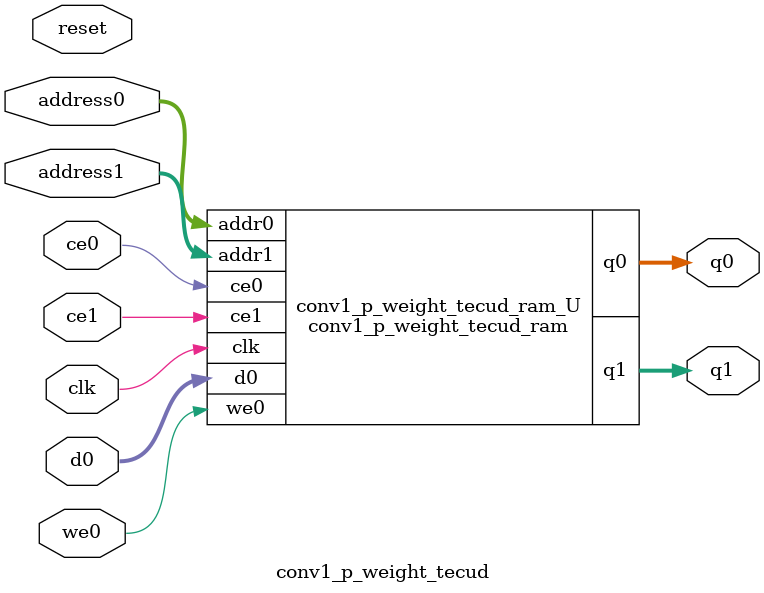
<source format=v>

`timescale 1 ns / 1 ps
module conv1_p_weight_tecud_ram (addr0, ce0, d0, we0, q0, addr1, ce1, q1,  clk);

parameter DWIDTH = 8;
parameter AWIDTH = 6;
parameter MEM_SIZE = 54;

input[AWIDTH-1:0] addr0;
input ce0;
input[DWIDTH-1:0] d0;
input we0;
output reg[DWIDTH-1:0] q0;
input[AWIDTH-1:0] addr1;
input ce1;
output reg[DWIDTH-1:0] q1;
input clk;

(* ram_style = "distributed" *)reg [DWIDTH-1:0] ram[0:MEM_SIZE-1];




always @(posedge clk)  
begin 
    if (ce0) 
    begin
        if (we0) 
        begin 
            ram[addr0] <= d0; 
            q0 <= d0;
        end 
        else 
            q0 <= ram[addr0];
    end
end


always @(posedge clk)  
begin 
    if (ce1) 
    begin
            q1 <= ram[addr1];
    end
end


endmodule


`timescale 1 ns / 1 ps
module conv1_p_weight_tecud(
    reset,
    clk,
    address0,
    ce0,
    we0,
    d0,
    q0,
    address1,
    ce1,
    q1);

parameter DataWidth = 32'd8;
parameter AddressRange = 32'd54;
parameter AddressWidth = 32'd6;
input reset;
input clk;
input[AddressWidth - 1:0] address0;
input ce0;
input we0;
input[DataWidth - 1:0] d0;
output[DataWidth - 1:0] q0;
input[AddressWidth - 1:0] address1;
input ce1;
output[DataWidth - 1:0] q1;



conv1_p_weight_tecud_ram conv1_p_weight_tecud_ram_U(
    .clk( clk ),
    .addr0( address0 ),
    .ce0( ce0 ),
    .d0( d0 ),
    .we0( we0 ),
    .q0( q0 ),
    .addr1( address1 ),
    .ce1( ce1 ),
    .q1( q1 ));

endmodule


</source>
